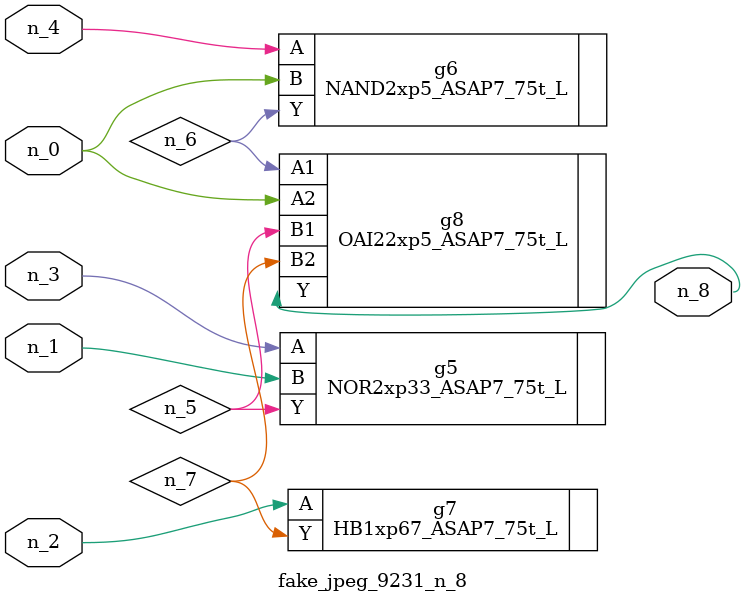
<source format=v>
module fake_jpeg_9231_n_8 (n_3, n_2, n_1, n_0, n_4, n_8);

input n_3;
input n_2;
input n_1;
input n_0;
input n_4;

output n_8;

wire n_6;
wire n_5;
wire n_7;

NOR2xp33_ASAP7_75t_L g5 ( 
.A(n_3),
.B(n_1),
.Y(n_5)
);

NAND2xp5_ASAP7_75t_L g6 ( 
.A(n_4),
.B(n_0),
.Y(n_6)
);

HB1xp67_ASAP7_75t_L g7 ( 
.A(n_2),
.Y(n_7)
);

OAI22xp5_ASAP7_75t_L g8 ( 
.A1(n_6),
.A2(n_0),
.B1(n_5),
.B2(n_7),
.Y(n_8)
);


endmodule
</source>
